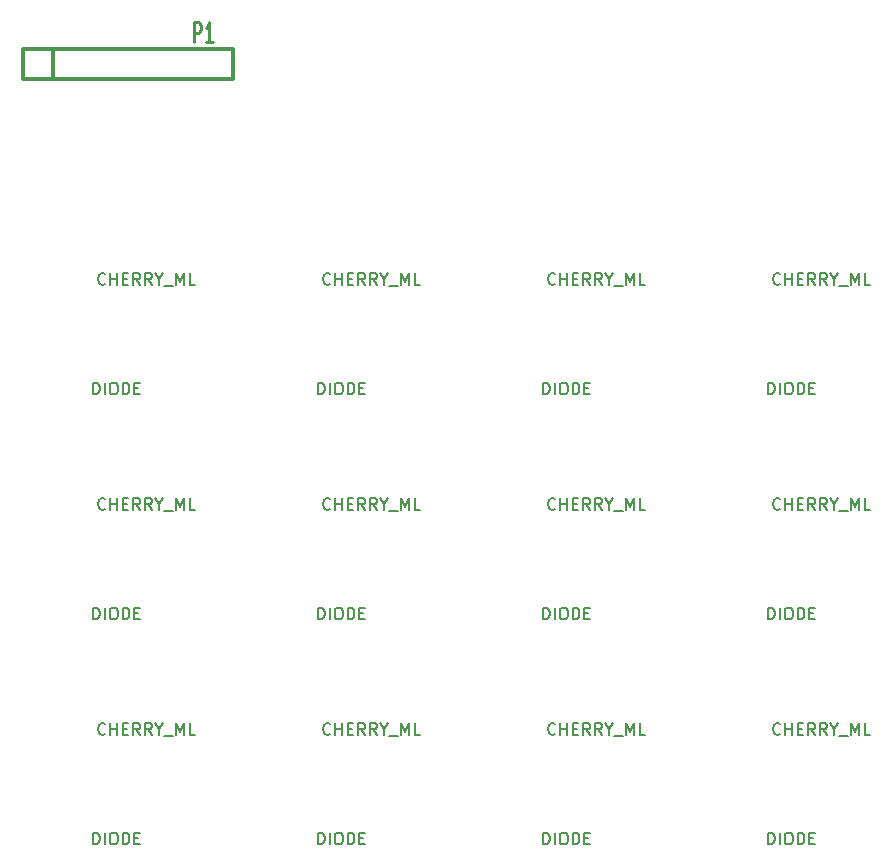
<source format=gto>
G04 (created by PCBNEW (2013-07-07 BZR 4022)-stable) date 08/11/2015 21:30:27*
%MOIN*%
G04 Gerber Fmt 3.4, Leading zero omitted, Abs format*
%FSLAX34Y34*%
G01*
G70*
G90*
G04 APERTURE LIST*
%ADD10C,0.00590551*%
%ADD11C,0.012*%
%ADD12C,0.0107*%
G04 APERTURE END LIST*
G54D10*
G54D11*
X46900Y-28300D02*
X46900Y-28300D01*
X46900Y-28300D02*
X53900Y-28300D01*
X53900Y-28300D02*
X53900Y-29300D01*
X53900Y-29300D02*
X46900Y-29300D01*
X46900Y-29300D02*
X46900Y-28300D01*
X47900Y-29300D02*
X47900Y-29300D01*
X47900Y-29300D02*
X47900Y-28300D01*
G54D12*
X52584Y-28075D02*
X52584Y-27394D01*
X52747Y-27394D01*
X52787Y-27427D01*
X52808Y-27459D01*
X52828Y-27524D01*
X52828Y-27621D01*
X52808Y-27686D01*
X52787Y-27718D01*
X52747Y-27751D01*
X52584Y-27751D01*
X53236Y-28075D02*
X52991Y-28075D01*
X53114Y-28075D02*
X53114Y-27394D01*
X53073Y-27491D01*
X53032Y-27556D01*
X52991Y-27589D01*
G54D11*
G54D10*
X49224Y-39809D02*
X49224Y-39416D01*
X49318Y-39416D01*
X49374Y-39434D01*
X49411Y-39472D01*
X49430Y-39509D01*
X49449Y-39584D01*
X49449Y-39641D01*
X49430Y-39716D01*
X49411Y-39753D01*
X49374Y-39791D01*
X49318Y-39809D01*
X49224Y-39809D01*
X49618Y-39809D02*
X49618Y-39416D01*
X49880Y-39416D02*
X49955Y-39416D01*
X49992Y-39434D01*
X50030Y-39472D01*
X50049Y-39547D01*
X50049Y-39678D01*
X50030Y-39753D01*
X49992Y-39791D01*
X49955Y-39809D01*
X49880Y-39809D01*
X49843Y-39791D01*
X49805Y-39753D01*
X49786Y-39678D01*
X49786Y-39547D01*
X49805Y-39472D01*
X49843Y-39434D01*
X49880Y-39416D01*
X50217Y-39809D02*
X50217Y-39416D01*
X50311Y-39416D01*
X50367Y-39434D01*
X50405Y-39472D01*
X50424Y-39509D01*
X50442Y-39584D01*
X50442Y-39641D01*
X50424Y-39716D01*
X50405Y-39753D01*
X50367Y-39791D01*
X50311Y-39809D01*
X50217Y-39809D01*
X50611Y-39603D02*
X50742Y-39603D01*
X50799Y-39809D02*
X50611Y-39809D01*
X50611Y-39416D01*
X50799Y-39416D01*
X71724Y-54809D02*
X71724Y-54416D01*
X71818Y-54416D01*
X71874Y-54434D01*
X71911Y-54472D01*
X71930Y-54509D01*
X71949Y-54584D01*
X71949Y-54641D01*
X71930Y-54716D01*
X71911Y-54753D01*
X71874Y-54791D01*
X71818Y-54809D01*
X71724Y-54809D01*
X72118Y-54809D02*
X72118Y-54416D01*
X72380Y-54416D02*
X72455Y-54416D01*
X72492Y-54434D01*
X72530Y-54472D01*
X72549Y-54547D01*
X72549Y-54678D01*
X72530Y-54753D01*
X72492Y-54791D01*
X72455Y-54809D01*
X72380Y-54809D01*
X72343Y-54791D01*
X72305Y-54753D01*
X72286Y-54678D01*
X72286Y-54547D01*
X72305Y-54472D01*
X72343Y-54434D01*
X72380Y-54416D01*
X72717Y-54809D02*
X72717Y-54416D01*
X72811Y-54416D01*
X72867Y-54434D01*
X72905Y-54472D01*
X72924Y-54509D01*
X72942Y-54584D01*
X72942Y-54641D01*
X72924Y-54716D01*
X72905Y-54753D01*
X72867Y-54791D01*
X72811Y-54809D01*
X72717Y-54809D01*
X73111Y-54603D02*
X73242Y-54603D01*
X73299Y-54809D02*
X73111Y-54809D01*
X73111Y-54416D01*
X73299Y-54416D01*
X64224Y-54809D02*
X64224Y-54416D01*
X64318Y-54416D01*
X64374Y-54434D01*
X64411Y-54472D01*
X64430Y-54509D01*
X64449Y-54584D01*
X64449Y-54641D01*
X64430Y-54716D01*
X64411Y-54753D01*
X64374Y-54791D01*
X64318Y-54809D01*
X64224Y-54809D01*
X64618Y-54809D02*
X64618Y-54416D01*
X64880Y-54416D02*
X64955Y-54416D01*
X64992Y-54434D01*
X65030Y-54472D01*
X65049Y-54547D01*
X65049Y-54678D01*
X65030Y-54753D01*
X64992Y-54791D01*
X64955Y-54809D01*
X64880Y-54809D01*
X64843Y-54791D01*
X64805Y-54753D01*
X64786Y-54678D01*
X64786Y-54547D01*
X64805Y-54472D01*
X64843Y-54434D01*
X64880Y-54416D01*
X65217Y-54809D02*
X65217Y-54416D01*
X65311Y-54416D01*
X65367Y-54434D01*
X65405Y-54472D01*
X65424Y-54509D01*
X65442Y-54584D01*
X65442Y-54641D01*
X65424Y-54716D01*
X65405Y-54753D01*
X65367Y-54791D01*
X65311Y-54809D01*
X65217Y-54809D01*
X65611Y-54603D02*
X65742Y-54603D01*
X65799Y-54809D02*
X65611Y-54809D01*
X65611Y-54416D01*
X65799Y-54416D01*
X56724Y-54809D02*
X56724Y-54416D01*
X56818Y-54416D01*
X56874Y-54434D01*
X56911Y-54472D01*
X56930Y-54509D01*
X56949Y-54584D01*
X56949Y-54641D01*
X56930Y-54716D01*
X56911Y-54753D01*
X56874Y-54791D01*
X56818Y-54809D01*
X56724Y-54809D01*
X57118Y-54809D02*
X57118Y-54416D01*
X57380Y-54416D02*
X57455Y-54416D01*
X57492Y-54434D01*
X57530Y-54472D01*
X57549Y-54547D01*
X57549Y-54678D01*
X57530Y-54753D01*
X57492Y-54791D01*
X57455Y-54809D01*
X57380Y-54809D01*
X57343Y-54791D01*
X57305Y-54753D01*
X57286Y-54678D01*
X57286Y-54547D01*
X57305Y-54472D01*
X57343Y-54434D01*
X57380Y-54416D01*
X57717Y-54809D02*
X57717Y-54416D01*
X57811Y-54416D01*
X57867Y-54434D01*
X57905Y-54472D01*
X57924Y-54509D01*
X57942Y-54584D01*
X57942Y-54641D01*
X57924Y-54716D01*
X57905Y-54753D01*
X57867Y-54791D01*
X57811Y-54809D01*
X57717Y-54809D01*
X58111Y-54603D02*
X58242Y-54603D01*
X58299Y-54809D02*
X58111Y-54809D01*
X58111Y-54416D01*
X58299Y-54416D01*
X49224Y-54809D02*
X49224Y-54416D01*
X49318Y-54416D01*
X49374Y-54434D01*
X49411Y-54472D01*
X49430Y-54509D01*
X49449Y-54584D01*
X49449Y-54641D01*
X49430Y-54716D01*
X49411Y-54753D01*
X49374Y-54791D01*
X49318Y-54809D01*
X49224Y-54809D01*
X49618Y-54809D02*
X49618Y-54416D01*
X49880Y-54416D02*
X49955Y-54416D01*
X49992Y-54434D01*
X50030Y-54472D01*
X50049Y-54547D01*
X50049Y-54678D01*
X50030Y-54753D01*
X49992Y-54791D01*
X49955Y-54809D01*
X49880Y-54809D01*
X49843Y-54791D01*
X49805Y-54753D01*
X49786Y-54678D01*
X49786Y-54547D01*
X49805Y-54472D01*
X49843Y-54434D01*
X49880Y-54416D01*
X50217Y-54809D02*
X50217Y-54416D01*
X50311Y-54416D01*
X50367Y-54434D01*
X50405Y-54472D01*
X50424Y-54509D01*
X50442Y-54584D01*
X50442Y-54641D01*
X50424Y-54716D01*
X50405Y-54753D01*
X50367Y-54791D01*
X50311Y-54809D01*
X50217Y-54809D01*
X50611Y-54603D02*
X50742Y-54603D01*
X50799Y-54809D02*
X50611Y-54809D01*
X50611Y-54416D01*
X50799Y-54416D01*
X71724Y-47309D02*
X71724Y-46916D01*
X71818Y-46916D01*
X71874Y-46934D01*
X71911Y-46972D01*
X71930Y-47009D01*
X71949Y-47084D01*
X71949Y-47141D01*
X71930Y-47216D01*
X71911Y-47253D01*
X71874Y-47291D01*
X71818Y-47309D01*
X71724Y-47309D01*
X72118Y-47309D02*
X72118Y-46916D01*
X72380Y-46916D02*
X72455Y-46916D01*
X72492Y-46934D01*
X72530Y-46972D01*
X72549Y-47047D01*
X72549Y-47178D01*
X72530Y-47253D01*
X72492Y-47291D01*
X72455Y-47309D01*
X72380Y-47309D01*
X72343Y-47291D01*
X72305Y-47253D01*
X72286Y-47178D01*
X72286Y-47047D01*
X72305Y-46972D01*
X72343Y-46934D01*
X72380Y-46916D01*
X72717Y-47309D02*
X72717Y-46916D01*
X72811Y-46916D01*
X72867Y-46934D01*
X72905Y-46972D01*
X72924Y-47009D01*
X72942Y-47084D01*
X72942Y-47141D01*
X72924Y-47216D01*
X72905Y-47253D01*
X72867Y-47291D01*
X72811Y-47309D01*
X72717Y-47309D01*
X73111Y-47103D02*
X73242Y-47103D01*
X73299Y-47309D02*
X73111Y-47309D01*
X73111Y-46916D01*
X73299Y-46916D01*
X64224Y-47309D02*
X64224Y-46916D01*
X64318Y-46916D01*
X64374Y-46934D01*
X64411Y-46972D01*
X64430Y-47009D01*
X64449Y-47084D01*
X64449Y-47141D01*
X64430Y-47216D01*
X64411Y-47253D01*
X64374Y-47291D01*
X64318Y-47309D01*
X64224Y-47309D01*
X64618Y-47309D02*
X64618Y-46916D01*
X64880Y-46916D02*
X64955Y-46916D01*
X64992Y-46934D01*
X65030Y-46972D01*
X65049Y-47047D01*
X65049Y-47178D01*
X65030Y-47253D01*
X64992Y-47291D01*
X64955Y-47309D01*
X64880Y-47309D01*
X64843Y-47291D01*
X64805Y-47253D01*
X64786Y-47178D01*
X64786Y-47047D01*
X64805Y-46972D01*
X64843Y-46934D01*
X64880Y-46916D01*
X65217Y-47309D02*
X65217Y-46916D01*
X65311Y-46916D01*
X65367Y-46934D01*
X65405Y-46972D01*
X65424Y-47009D01*
X65442Y-47084D01*
X65442Y-47141D01*
X65424Y-47216D01*
X65405Y-47253D01*
X65367Y-47291D01*
X65311Y-47309D01*
X65217Y-47309D01*
X65611Y-47103D02*
X65742Y-47103D01*
X65799Y-47309D02*
X65611Y-47309D01*
X65611Y-46916D01*
X65799Y-46916D01*
X56724Y-47309D02*
X56724Y-46916D01*
X56818Y-46916D01*
X56874Y-46934D01*
X56911Y-46972D01*
X56930Y-47009D01*
X56949Y-47084D01*
X56949Y-47141D01*
X56930Y-47216D01*
X56911Y-47253D01*
X56874Y-47291D01*
X56818Y-47309D01*
X56724Y-47309D01*
X57118Y-47309D02*
X57118Y-46916D01*
X57380Y-46916D02*
X57455Y-46916D01*
X57492Y-46934D01*
X57530Y-46972D01*
X57549Y-47047D01*
X57549Y-47178D01*
X57530Y-47253D01*
X57492Y-47291D01*
X57455Y-47309D01*
X57380Y-47309D01*
X57343Y-47291D01*
X57305Y-47253D01*
X57286Y-47178D01*
X57286Y-47047D01*
X57305Y-46972D01*
X57343Y-46934D01*
X57380Y-46916D01*
X57717Y-47309D02*
X57717Y-46916D01*
X57811Y-46916D01*
X57867Y-46934D01*
X57905Y-46972D01*
X57924Y-47009D01*
X57942Y-47084D01*
X57942Y-47141D01*
X57924Y-47216D01*
X57905Y-47253D01*
X57867Y-47291D01*
X57811Y-47309D01*
X57717Y-47309D01*
X58111Y-47103D02*
X58242Y-47103D01*
X58299Y-47309D02*
X58111Y-47309D01*
X58111Y-46916D01*
X58299Y-46916D01*
X49224Y-47309D02*
X49224Y-46916D01*
X49318Y-46916D01*
X49374Y-46934D01*
X49411Y-46972D01*
X49430Y-47009D01*
X49449Y-47084D01*
X49449Y-47141D01*
X49430Y-47216D01*
X49411Y-47253D01*
X49374Y-47291D01*
X49318Y-47309D01*
X49224Y-47309D01*
X49618Y-47309D02*
X49618Y-46916D01*
X49880Y-46916D02*
X49955Y-46916D01*
X49992Y-46934D01*
X50030Y-46972D01*
X50049Y-47047D01*
X50049Y-47178D01*
X50030Y-47253D01*
X49992Y-47291D01*
X49955Y-47309D01*
X49880Y-47309D01*
X49843Y-47291D01*
X49805Y-47253D01*
X49786Y-47178D01*
X49786Y-47047D01*
X49805Y-46972D01*
X49843Y-46934D01*
X49880Y-46916D01*
X50217Y-47309D02*
X50217Y-46916D01*
X50311Y-46916D01*
X50367Y-46934D01*
X50405Y-46972D01*
X50424Y-47009D01*
X50442Y-47084D01*
X50442Y-47141D01*
X50424Y-47216D01*
X50405Y-47253D01*
X50367Y-47291D01*
X50311Y-47309D01*
X50217Y-47309D01*
X50611Y-47103D02*
X50742Y-47103D01*
X50799Y-47309D02*
X50611Y-47309D01*
X50611Y-46916D01*
X50799Y-46916D01*
X71724Y-39809D02*
X71724Y-39416D01*
X71818Y-39416D01*
X71874Y-39434D01*
X71911Y-39472D01*
X71930Y-39509D01*
X71949Y-39584D01*
X71949Y-39641D01*
X71930Y-39716D01*
X71911Y-39753D01*
X71874Y-39791D01*
X71818Y-39809D01*
X71724Y-39809D01*
X72118Y-39809D02*
X72118Y-39416D01*
X72380Y-39416D02*
X72455Y-39416D01*
X72492Y-39434D01*
X72530Y-39472D01*
X72549Y-39547D01*
X72549Y-39678D01*
X72530Y-39753D01*
X72492Y-39791D01*
X72455Y-39809D01*
X72380Y-39809D01*
X72343Y-39791D01*
X72305Y-39753D01*
X72286Y-39678D01*
X72286Y-39547D01*
X72305Y-39472D01*
X72343Y-39434D01*
X72380Y-39416D01*
X72717Y-39809D02*
X72717Y-39416D01*
X72811Y-39416D01*
X72867Y-39434D01*
X72905Y-39472D01*
X72924Y-39509D01*
X72942Y-39584D01*
X72942Y-39641D01*
X72924Y-39716D01*
X72905Y-39753D01*
X72867Y-39791D01*
X72811Y-39809D01*
X72717Y-39809D01*
X73111Y-39603D02*
X73242Y-39603D01*
X73299Y-39809D02*
X73111Y-39809D01*
X73111Y-39416D01*
X73299Y-39416D01*
X64224Y-39809D02*
X64224Y-39416D01*
X64318Y-39416D01*
X64374Y-39434D01*
X64411Y-39472D01*
X64430Y-39509D01*
X64449Y-39584D01*
X64449Y-39641D01*
X64430Y-39716D01*
X64411Y-39753D01*
X64374Y-39791D01*
X64318Y-39809D01*
X64224Y-39809D01*
X64618Y-39809D02*
X64618Y-39416D01*
X64880Y-39416D02*
X64955Y-39416D01*
X64992Y-39434D01*
X65030Y-39472D01*
X65049Y-39547D01*
X65049Y-39678D01*
X65030Y-39753D01*
X64992Y-39791D01*
X64955Y-39809D01*
X64880Y-39809D01*
X64843Y-39791D01*
X64805Y-39753D01*
X64786Y-39678D01*
X64786Y-39547D01*
X64805Y-39472D01*
X64843Y-39434D01*
X64880Y-39416D01*
X65217Y-39809D02*
X65217Y-39416D01*
X65311Y-39416D01*
X65367Y-39434D01*
X65405Y-39472D01*
X65424Y-39509D01*
X65442Y-39584D01*
X65442Y-39641D01*
X65424Y-39716D01*
X65405Y-39753D01*
X65367Y-39791D01*
X65311Y-39809D01*
X65217Y-39809D01*
X65611Y-39603D02*
X65742Y-39603D01*
X65799Y-39809D02*
X65611Y-39809D01*
X65611Y-39416D01*
X65799Y-39416D01*
X56724Y-39809D02*
X56724Y-39416D01*
X56818Y-39416D01*
X56874Y-39434D01*
X56911Y-39472D01*
X56930Y-39509D01*
X56949Y-39584D01*
X56949Y-39641D01*
X56930Y-39716D01*
X56911Y-39753D01*
X56874Y-39791D01*
X56818Y-39809D01*
X56724Y-39809D01*
X57118Y-39809D02*
X57118Y-39416D01*
X57380Y-39416D02*
X57455Y-39416D01*
X57492Y-39434D01*
X57530Y-39472D01*
X57549Y-39547D01*
X57549Y-39678D01*
X57530Y-39753D01*
X57492Y-39791D01*
X57455Y-39809D01*
X57380Y-39809D01*
X57343Y-39791D01*
X57305Y-39753D01*
X57286Y-39678D01*
X57286Y-39547D01*
X57305Y-39472D01*
X57343Y-39434D01*
X57380Y-39416D01*
X57717Y-39809D02*
X57717Y-39416D01*
X57811Y-39416D01*
X57867Y-39434D01*
X57905Y-39472D01*
X57924Y-39509D01*
X57942Y-39584D01*
X57942Y-39641D01*
X57924Y-39716D01*
X57905Y-39753D01*
X57867Y-39791D01*
X57811Y-39809D01*
X57717Y-39809D01*
X58111Y-39603D02*
X58242Y-39603D01*
X58299Y-39809D02*
X58111Y-39809D01*
X58111Y-39416D01*
X58299Y-39416D01*
X49640Y-36121D02*
X49622Y-36140D01*
X49565Y-36159D01*
X49528Y-36159D01*
X49472Y-36140D01*
X49434Y-36103D01*
X49415Y-36065D01*
X49397Y-35990D01*
X49397Y-35934D01*
X49415Y-35859D01*
X49434Y-35821D01*
X49472Y-35784D01*
X49528Y-35765D01*
X49565Y-35765D01*
X49622Y-35784D01*
X49640Y-35803D01*
X49809Y-36159D02*
X49809Y-35765D01*
X49809Y-35953D02*
X50034Y-35953D01*
X50034Y-36159D02*
X50034Y-35765D01*
X50221Y-35953D02*
X50353Y-35953D01*
X50409Y-36159D02*
X50221Y-36159D01*
X50221Y-35765D01*
X50409Y-35765D01*
X50803Y-36159D02*
X50671Y-35971D01*
X50578Y-36159D02*
X50578Y-35765D01*
X50728Y-35765D01*
X50765Y-35784D01*
X50784Y-35803D01*
X50803Y-35840D01*
X50803Y-35896D01*
X50784Y-35934D01*
X50765Y-35953D01*
X50728Y-35971D01*
X50578Y-35971D01*
X51196Y-36159D02*
X51065Y-35971D01*
X50971Y-36159D02*
X50971Y-35765D01*
X51121Y-35765D01*
X51159Y-35784D01*
X51178Y-35803D01*
X51196Y-35840D01*
X51196Y-35896D01*
X51178Y-35934D01*
X51159Y-35953D01*
X51121Y-35971D01*
X50971Y-35971D01*
X51440Y-35971D02*
X51440Y-36159D01*
X51309Y-35765D02*
X51440Y-35971D01*
X51571Y-35765D01*
X51609Y-36196D02*
X51909Y-36196D01*
X52002Y-36159D02*
X52002Y-35765D01*
X52134Y-36046D01*
X52265Y-35765D01*
X52265Y-36159D01*
X52640Y-36159D02*
X52452Y-36159D01*
X52452Y-35765D01*
X72140Y-51121D02*
X72122Y-51140D01*
X72065Y-51159D01*
X72028Y-51159D01*
X71972Y-51140D01*
X71934Y-51103D01*
X71915Y-51065D01*
X71897Y-50990D01*
X71897Y-50934D01*
X71915Y-50859D01*
X71934Y-50821D01*
X71972Y-50784D01*
X72028Y-50765D01*
X72065Y-50765D01*
X72122Y-50784D01*
X72140Y-50803D01*
X72309Y-51159D02*
X72309Y-50765D01*
X72309Y-50953D02*
X72534Y-50953D01*
X72534Y-51159D02*
X72534Y-50765D01*
X72721Y-50953D02*
X72853Y-50953D01*
X72909Y-51159D02*
X72721Y-51159D01*
X72721Y-50765D01*
X72909Y-50765D01*
X73303Y-51159D02*
X73171Y-50971D01*
X73078Y-51159D02*
X73078Y-50765D01*
X73228Y-50765D01*
X73265Y-50784D01*
X73284Y-50803D01*
X73303Y-50840D01*
X73303Y-50896D01*
X73284Y-50934D01*
X73265Y-50953D01*
X73228Y-50971D01*
X73078Y-50971D01*
X73696Y-51159D02*
X73565Y-50971D01*
X73471Y-51159D02*
X73471Y-50765D01*
X73621Y-50765D01*
X73659Y-50784D01*
X73678Y-50803D01*
X73696Y-50840D01*
X73696Y-50896D01*
X73678Y-50934D01*
X73659Y-50953D01*
X73621Y-50971D01*
X73471Y-50971D01*
X73940Y-50971D02*
X73940Y-51159D01*
X73809Y-50765D02*
X73940Y-50971D01*
X74071Y-50765D01*
X74109Y-51196D02*
X74409Y-51196D01*
X74502Y-51159D02*
X74502Y-50765D01*
X74634Y-51046D01*
X74765Y-50765D01*
X74765Y-51159D01*
X75140Y-51159D02*
X74952Y-51159D01*
X74952Y-50765D01*
X64640Y-51121D02*
X64622Y-51140D01*
X64565Y-51159D01*
X64528Y-51159D01*
X64472Y-51140D01*
X64434Y-51103D01*
X64415Y-51065D01*
X64397Y-50990D01*
X64397Y-50934D01*
X64415Y-50859D01*
X64434Y-50821D01*
X64472Y-50784D01*
X64528Y-50765D01*
X64565Y-50765D01*
X64622Y-50784D01*
X64640Y-50803D01*
X64809Y-51159D02*
X64809Y-50765D01*
X64809Y-50953D02*
X65034Y-50953D01*
X65034Y-51159D02*
X65034Y-50765D01*
X65221Y-50953D02*
X65353Y-50953D01*
X65409Y-51159D02*
X65221Y-51159D01*
X65221Y-50765D01*
X65409Y-50765D01*
X65803Y-51159D02*
X65671Y-50971D01*
X65578Y-51159D02*
X65578Y-50765D01*
X65728Y-50765D01*
X65765Y-50784D01*
X65784Y-50803D01*
X65803Y-50840D01*
X65803Y-50896D01*
X65784Y-50934D01*
X65765Y-50953D01*
X65728Y-50971D01*
X65578Y-50971D01*
X66196Y-51159D02*
X66065Y-50971D01*
X65971Y-51159D02*
X65971Y-50765D01*
X66121Y-50765D01*
X66159Y-50784D01*
X66178Y-50803D01*
X66196Y-50840D01*
X66196Y-50896D01*
X66178Y-50934D01*
X66159Y-50953D01*
X66121Y-50971D01*
X65971Y-50971D01*
X66440Y-50971D02*
X66440Y-51159D01*
X66309Y-50765D02*
X66440Y-50971D01*
X66571Y-50765D01*
X66609Y-51196D02*
X66909Y-51196D01*
X67002Y-51159D02*
X67002Y-50765D01*
X67134Y-51046D01*
X67265Y-50765D01*
X67265Y-51159D01*
X67640Y-51159D02*
X67452Y-51159D01*
X67452Y-50765D01*
X57140Y-51121D02*
X57122Y-51140D01*
X57065Y-51159D01*
X57028Y-51159D01*
X56972Y-51140D01*
X56934Y-51103D01*
X56915Y-51065D01*
X56897Y-50990D01*
X56897Y-50934D01*
X56915Y-50859D01*
X56934Y-50821D01*
X56972Y-50784D01*
X57028Y-50765D01*
X57065Y-50765D01*
X57122Y-50784D01*
X57140Y-50803D01*
X57309Y-51159D02*
X57309Y-50765D01*
X57309Y-50953D02*
X57534Y-50953D01*
X57534Y-51159D02*
X57534Y-50765D01*
X57721Y-50953D02*
X57853Y-50953D01*
X57909Y-51159D02*
X57721Y-51159D01*
X57721Y-50765D01*
X57909Y-50765D01*
X58303Y-51159D02*
X58171Y-50971D01*
X58078Y-51159D02*
X58078Y-50765D01*
X58228Y-50765D01*
X58265Y-50784D01*
X58284Y-50803D01*
X58303Y-50840D01*
X58303Y-50896D01*
X58284Y-50934D01*
X58265Y-50953D01*
X58228Y-50971D01*
X58078Y-50971D01*
X58696Y-51159D02*
X58565Y-50971D01*
X58471Y-51159D02*
X58471Y-50765D01*
X58621Y-50765D01*
X58659Y-50784D01*
X58678Y-50803D01*
X58696Y-50840D01*
X58696Y-50896D01*
X58678Y-50934D01*
X58659Y-50953D01*
X58621Y-50971D01*
X58471Y-50971D01*
X58940Y-50971D02*
X58940Y-51159D01*
X58809Y-50765D02*
X58940Y-50971D01*
X59071Y-50765D01*
X59109Y-51196D02*
X59409Y-51196D01*
X59502Y-51159D02*
X59502Y-50765D01*
X59634Y-51046D01*
X59765Y-50765D01*
X59765Y-51159D01*
X60140Y-51159D02*
X59952Y-51159D01*
X59952Y-50765D01*
X49640Y-51121D02*
X49622Y-51140D01*
X49565Y-51159D01*
X49528Y-51159D01*
X49472Y-51140D01*
X49434Y-51103D01*
X49415Y-51065D01*
X49397Y-50990D01*
X49397Y-50934D01*
X49415Y-50859D01*
X49434Y-50821D01*
X49472Y-50784D01*
X49528Y-50765D01*
X49565Y-50765D01*
X49622Y-50784D01*
X49640Y-50803D01*
X49809Y-51159D02*
X49809Y-50765D01*
X49809Y-50953D02*
X50034Y-50953D01*
X50034Y-51159D02*
X50034Y-50765D01*
X50221Y-50953D02*
X50353Y-50953D01*
X50409Y-51159D02*
X50221Y-51159D01*
X50221Y-50765D01*
X50409Y-50765D01*
X50803Y-51159D02*
X50671Y-50971D01*
X50578Y-51159D02*
X50578Y-50765D01*
X50728Y-50765D01*
X50765Y-50784D01*
X50784Y-50803D01*
X50803Y-50840D01*
X50803Y-50896D01*
X50784Y-50934D01*
X50765Y-50953D01*
X50728Y-50971D01*
X50578Y-50971D01*
X51196Y-51159D02*
X51065Y-50971D01*
X50971Y-51159D02*
X50971Y-50765D01*
X51121Y-50765D01*
X51159Y-50784D01*
X51178Y-50803D01*
X51196Y-50840D01*
X51196Y-50896D01*
X51178Y-50934D01*
X51159Y-50953D01*
X51121Y-50971D01*
X50971Y-50971D01*
X51440Y-50971D02*
X51440Y-51159D01*
X51309Y-50765D02*
X51440Y-50971D01*
X51571Y-50765D01*
X51609Y-51196D02*
X51909Y-51196D01*
X52002Y-51159D02*
X52002Y-50765D01*
X52134Y-51046D01*
X52265Y-50765D01*
X52265Y-51159D01*
X52640Y-51159D02*
X52452Y-51159D01*
X52452Y-50765D01*
X72140Y-43621D02*
X72122Y-43640D01*
X72065Y-43659D01*
X72028Y-43659D01*
X71972Y-43640D01*
X71934Y-43603D01*
X71915Y-43565D01*
X71897Y-43490D01*
X71897Y-43434D01*
X71915Y-43359D01*
X71934Y-43321D01*
X71972Y-43284D01*
X72028Y-43265D01*
X72065Y-43265D01*
X72122Y-43284D01*
X72140Y-43303D01*
X72309Y-43659D02*
X72309Y-43265D01*
X72309Y-43453D02*
X72534Y-43453D01*
X72534Y-43659D02*
X72534Y-43265D01*
X72721Y-43453D02*
X72853Y-43453D01*
X72909Y-43659D02*
X72721Y-43659D01*
X72721Y-43265D01*
X72909Y-43265D01*
X73303Y-43659D02*
X73171Y-43471D01*
X73078Y-43659D02*
X73078Y-43265D01*
X73228Y-43265D01*
X73265Y-43284D01*
X73284Y-43303D01*
X73303Y-43340D01*
X73303Y-43396D01*
X73284Y-43434D01*
X73265Y-43453D01*
X73228Y-43471D01*
X73078Y-43471D01*
X73696Y-43659D02*
X73565Y-43471D01*
X73471Y-43659D02*
X73471Y-43265D01*
X73621Y-43265D01*
X73659Y-43284D01*
X73678Y-43303D01*
X73696Y-43340D01*
X73696Y-43396D01*
X73678Y-43434D01*
X73659Y-43453D01*
X73621Y-43471D01*
X73471Y-43471D01*
X73940Y-43471D02*
X73940Y-43659D01*
X73809Y-43265D02*
X73940Y-43471D01*
X74071Y-43265D01*
X74109Y-43696D02*
X74409Y-43696D01*
X74502Y-43659D02*
X74502Y-43265D01*
X74634Y-43546D01*
X74765Y-43265D01*
X74765Y-43659D01*
X75140Y-43659D02*
X74952Y-43659D01*
X74952Y-43265D01*
X72140Y-36121D02*
X72122Y-36140D01*
X72065Y-36159D01*
X72028Y-36159D01*
X71972Y-36140D01*
X71934Y-36103D01*
X71915Y-36065D01*
X71897Y-35990D01*
X71897Y-35934D01*
X71915Y-35859D01*
X71934Y-35821D01*
X71972Y-35784D01*
X72028Y-35765D01*
X72065Y-35765D01*
X72122Y-35784D01*
X72140Y-35803D01*
X72309Y-36159D02*
X72309Y-35765D01*
X72309Y-35953D02*
X72534Y-35953D01*
X72534Y-36159D02*
X72534Y-35765D01*
X72721Y-35953D02*
X72853Y-35953D01*
X72909Y-36159D02*
X72721Y-36159D01*
X72721Y-35765D01*
X72909Y-35765D01*
X73303Y-36159D02*
X73171Y-35971D01*
X73078Y-36159D02*
X73078Y-35765D01*
X73228Y-35765D01*
X73265Y-35784D01*
X73284Y-35803D01*
X73303Y-35840D01*
X73303Y-35896D01*
X73284Y-35934D01*
X73265Y-35953D01*
X73228Y-35971D01*
X73078Y-35971D01*
X73696Y-36159D02*
X73565Y-35971D01*
X73471Y-36159D02*
X73471Y-35765D01*
X73621Y-35765D01*
X73659Y-35784D01*
X73678Y-35803D01*
X73696Y-35840D01*
X73696Y-35896D01*
X73678Y-35934D01*
X73659Y-35953D01*
X73621Y-35971D01*
X73471Y-35971D01*
X73940Y-35971D02*
X73940Y-36159D01*
X73809Y-35765D02*
X73940Y-35971D01*
X74071Y-35765D01*
X74109Y-36196D02*
X74409Y-36196D01*
X74502Y-36159D02*
X74502Y-35765D01*
X74634Y-36046D01*
X74765Y-35765D01*
X74765Y-36159D01*
X75140Y-36159D02*
X74952Y-36159D01*
X74952Y-35765D01*
X64640Y-43621D02*
X64622Y-43640D01*
X64565Y-43659D01*
X64528Y-43659D01*
X64472Y-43640D01*
X64434Y-43603D01*
X64415Y-43565D01*
X64397Y-43490D01*
X64397Y-43434D01*
X64415Y-43359D01*
X64434Y-43321D01*
X64472Y-43284D01*
X64528Y-43265D01*
X64565Y-43265D01*
X64622Y-43284D01*
X64640Y-43303D01*
X64809Y-43659D02*
X64809Y-43265D01*
X64809Y-43453D02*
X65034Y-43453D01*
X65034Y-43659D02*
X65034Y-43265D01*
X65221Y-43453D02*
X65353Y-43453D01*
X65409Y-43659D02*
X65221Y-43659D01*
X65221Y-43265D01*
X65409Y-43265D01*
X65803Y-43659D02*
X65671Y-43471D01*
X65578Y-43659D02*
X65578Y-43265D01*
X65728Y-43265D01*
X65765Y-43284D01*
X65784Y-43303D01*
X65803Y-43340D01*
X65803Y-43396D01*
X65784Y-43434D01*
X65765Y-43453D01*
X65728Y-43471D01*
X65578Y-43471D01*
X66196Y-43659D02*
X66065Y-43471D01*
X65971Y-43659D02*
X65971Y-43265D01*
X66121Y-43265D01*
X66159Y-43284D01*
X66178Y-43303D01*
X66196Y-43340D01*
X66196Y-43396D01*
X66178Y-43434D01*
X66159Y-43453D01*
X66121Y-43471D01*
X65971Y-43471D01*
X66440Y-43471D02*
X66440Y-43659D01*
X66309Y-43265D02*
X66440Y-43471D01*
X66571Y-43265D01*
X66609Y-43696D02*
X66909Y-43696D01*
X67002Y-43659D02*
X67002Y-43265D01*
X67134Y-43546D01*
X67265Y-43265D01*
X67265Y-43659D01*
X67640Y-43659D02*
X67452Y-43659D01*
X67452Y-43265D01*
X57140Y-43621D02*
X57122Y-43640D01*
X57065Y-43659D01*
X57028Y-43659D01*
X56972Y-43640D01*
X56934Y-43603D01*
X56915Y-43565D01*
X56897Y-43490D01*
X56897Y-43434D01*
X56915Y-43359D01*
X56934Y-43321D01*
X56972Y-43284D01*
X57028Y-43265D01*
X57065Y-43265D01*
X57122Y-43284D01*
X57140Y-43303D01*
X57309Y-43659D02*
X57309Y-43265D01*
X57309Y-43453D02*
X57534Y-43453D01*
X57534Y-43659D02*
X57534Y-43265D01*
X57721Y-43453D02*
X57853Y-43453D01*
X57909Y-43659D02*
X57721Y-43659D01*
X57721Y-43265D01*
X57909Y-43265D01*
X58303Y-43659D02*
X58171Y-43471D01*
X58078Y-43659D02*
X58078Y-43265D01*
X58228Y-43265D01*
X58265Y-43284D01*
X58284Y-43303D01*
X58303Y-43340D01*
X58303Y-43396D01*
X58284Y-43434D01*
X58265Y-43453D01*
X58228Y-43471D01*
X58078Y-43471D01*
X58696Y-43659D02*
X58565Y-43471D01*
X58471Y-43659D02*
X58471Y-43265D01*
X58621Y-43265D01*
X58659Y-43284D01*
X58678Y-43303D01*
X58696Y-43340D01*
X58696Y-43396D01*
X58678Y-43434D01*
X58659Y-43453D01*
X58621Y-43471D01*
X58471Y-43471D01*
X58940Y-43471D02*
X58940Y-43659D01*
X58809Y-43265D02*
X58940Y-43471D01*
X59071Y-43265D01*
X59109Y-43696D02*
X59409Y-43696D01*
X59502Y-43659D02*
X59502Y-43265D01*
X59634Y-43546D01*
X59765Y-43265D01*
X59765Y-43659D01*
X60140Y-43659D02*
X59952Y-43659D01*
X59952Y-43265D01*
X49640Y-43621D02*
X49622Y-43640D01*
X49565Y-43659D01*
X49528Y-43659D01*
X49472Y-43640D01*
X49434Y-43603D01*
X49415Y-43565D01*
X49397Y-43490D01*
X49397Y-43434D01*
X49415Y-43359D01*
X49434Y-43321D01*
X49472Y-43284D01*
X49528Y-43265D01*
X49565Y-43265D01*
X49622Y-43284D01*
X49640Y-43303D01*
X49809Y-43659D02*
X49809Y-43265D01*
X49809Y-43453D02*
X50034Y-43453D01*
X50034Y-43659D02*
X50034Y-43265D01*
X50221Y-43453D02*
X50353Y-43453D01*
X50409Y-43659D02*
X50221Y-43659D01*
X50221Y-43265D01*
X50409Y-43265D01*
X50803Y-43659D02*
X50671Y-43471D01*
X50578Y-43659D02*
X50578Y-43265D01*
X50728Y-43265D01*
X50765Y-43284D01*
X50784Y-43303D01*
X50803Y-43340D01*
X50803Y-43396D01*
X50784Y-43434D01*
X50765Y-43453D01*
X50728Y-43471D01*
X50578Y-43471D01*
X51196Y-43659D02*
X51065Y-43471D01*
X50971Y-43659D02*
X50971Y-43265D01*
X51121Y-43265D01*
X51159Y-43284D01*
X51178Y-43303D01*
X51196Y-43340D01*
X51196Y-43396D01*
X51178Y-43434D01*
X51159Y-43453D01*
X51121Y-43471D01*
X50971Y-43471D01*
X51440Y-43471D02*
X51440Y-43659D01*
X51309Y-43265D02*
X51440Y-43471D01*
X51571Y-43265D01*
X51609Y-43696D02*
X51909Y-43696D01*
X52002Y-43659D02*
X52002Y-43265D01*
X52134Y-43546D01*
X52265Y-43265D01*
X52265Y-43659D01*
X52640Y-43659D02*
X52452Y-43659D01*
X52452Y-43265D01*
X64640Y-36121D02*
X64622Y-36140D01*
X64565Y-36159D01*
X64528Y-36159D01*
X64472Y-36140D01*
X64434Y-36103D01*
X64415Y-36065D01*
X64397Y-35990D01*
X64397Y-35934D01*
X64415Y-35859D01*
X64434Y-35821D01*
X64472Y-35784D01*
X64528Y-35765D01*
X64565Y-35765D01*
X64622Y-35784D01*
X64640Y-35803D01*
X64809Y-36159D02*
X64809Y-35765D01*
X64809Y-35953D02*
X65034Y-35953D01*
X65034Y-36159D02*
X65034Y-35765D01*
X65221Y-35953D02*
X65353Y-35953D01*
X65409Y-36159D02*
X65221Y-36159D01*
X65221Y-35765D01*
X65409Y-35765D01*
X65803Y-36159D02*
X65671Y-35971D01*
X65578Y-36159D02*
X65578Y-35765D01*
X65728Y-35765D01*
X65765Y-35784D01*
X65784Y-35803D01*
X65803Y-35840D01*
X65803Y-35896D01*
X65784Y-35934D01*
X65765Y-35953D01*
X65728Y-35971D01*
X65578Y-35971D01*
X66196Y-36159D02*
X66065Y-35971D01*
X65971Y-36159D02*
X65971Y-35765D01*
X66121Y-35765D01*
X66159Y-35784D01*
X66178Y-35803D01*
X66196Y-35840D01*
X66196Y-35896D01*
X66178Y-35934D01*
X66159Y-35953D01*
X66121Y-35971D01*
X65971Y-35971D01*
X66440Y-35971D02*
X66440Y-36159D01*
X66309Y-35765D02*
X66440Y-35971D01*
X66571Y-35765D01*
X66609Y-36196D02*
X66909Y-36196D01*
X67002Y-36159D02*
X67002Y-35765D01*
X67134Y-36046D01*
X67265Y-35765D01*
X67265Y-36159D01*
X67640Y-36159D02*
X67452Y-36159D01*
X67452Y-35765D01*
X57140Y-36121D02*
X57122Y-36140D01*
X57065Y-36159D01*
X57028Y-36159D01*
X56972Y-36140D01*
X56934Y-36103D01*
X56915Y-36065D01*
X56897Y-35990D01*
X56897Y-35934D01*
X56915Y-35859D01*
X56934Y-35821D01*
X56972Y-35784D01*
X57028Y-35765D01*
X57065Y-35765D01*
X57122Y-35784D01*
X57140Y-35803D01*
X57309Y-36159D02*
X57309Y-35765D01*
X57309Y-35953D02*
X57534Y-35953D01*
X57534Y-36159D02*
X57534Y-35765D01*
X57721Y-35953D02*
X57853Y-35953D01*
X57909Y-36159D02*
X57721Y-36159D01*
X57721Y-35765D01*
X57909Y-35765D01*
X58303Y-36159D02*
X58171Y-35971D01*
X58078Y-36159D02*
X58078Y-35765D01*
X58228Y-35765D01*
X58265Y-35784D01*
X58284Y-35803D01*
X58303Y-35840D01*
X58303Y-35896D01*
X58284Y-35934D01*
X58265Y-35953D01*
X58228Y-35971D01*
X58078Y-35971D01*
X58696Y-36159D02*
X58565Y-35971D01*
X58471Y-36159D02*
X58471Y-35765D01*
X58621Y-35765D01*
X58659Y-35784D01*
X58678Y-35803D01*
X58696Y-35840D01*
X58696Y-35896D01*
X58678Y-35934D01*
X58659Y-35953D01*
X58621Y-35971D01*
X58471Y-35971D01*
X58940Y-35971D02*
X58940Y-36159D01*
X58809Y-35765D02*
X58940Y-35971D01*
X59071Y-35765D01*
X59109Y-36196D02*
X59409Y-36196D01*
X59502Y-36159D02*
X59502Y-35765D01*
X59634Y-36046D01*
X59765Y-35765D01*
X59765Y-36159D01*
X60140Y-36159D02*
X59952Y-36159D01*
X59952Y-35765D01*
M02*

</source>
